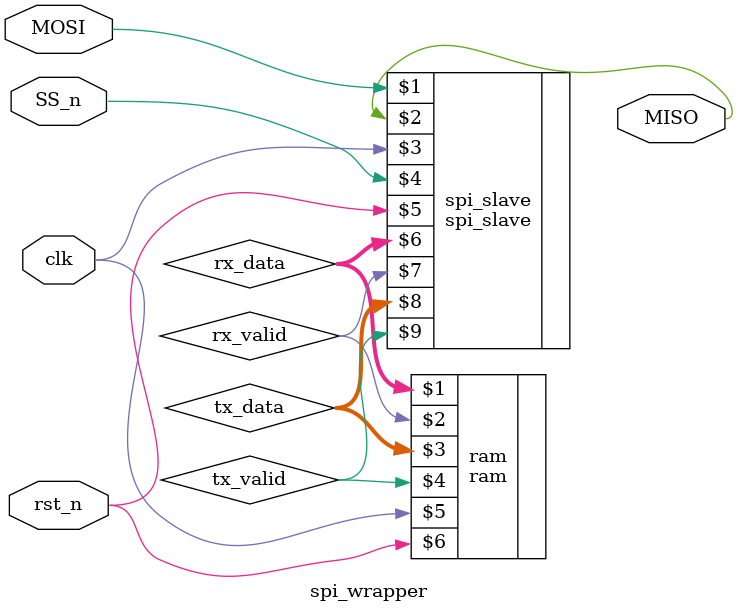
<source format=v>
module spi_wrapper (MOSI,MISO,clk,SS_n,rst_n);

    input MOSI,clk,SS_n,rst_n;

    output MISO;
    
    (*fsm_encoding = "gray"*)

    wire [7:0]tx_data;
    wire tx_valid,rx_valid;

    wire [9:0]rx_data;

    spi_slave spi_slave (MOSI,MISO,clk,SS_n,rst_n,rx_data,rx_valid,tx_data,tx_valid);

    ram ram (rx_data,rx_valid,tx_data,tx_valid,clk,rst_n);
endmodule
</source>
